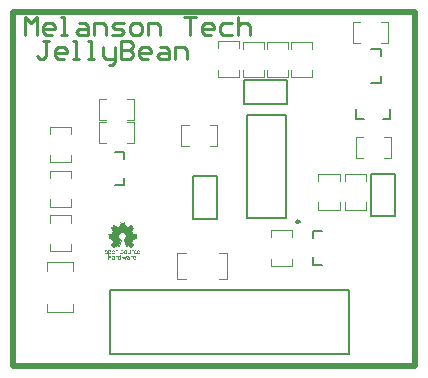
<source format=gto>
G04*
G04 #@! TF.GenerationSoftware,Altium Limited,CircuitStudio,1.5.2 (1.5.2.30)*
G04*
G04 Layer_Color=15065295*
%FSLAX44Y44*%
%MOMM*%
G71*
G01*
G75*
%ADD19C,0.2540*%
%ADD20C,0.5000*%
%ADD24C,0.2500*%
%ADD25C,0.0127*%
%ADD26C,0.2032*%
%ADD27C,0.1000*%
%ADD28C,0.2000*%
%ADD29C,0.1778*%
G36*
X348212Y343210D02*
X348210Y343206D01*
X348211Y343206D01*
X348543Y343069D01*
X348543Y343069D01*
X348888Y342926D01*
X348859Y342888D01*
X348426Y342374D01*
X348203Y342466D01*
Y342466D01*
X347995Y342552D01*
X347995Y342557D01*
X347995Y342557D01*
X347557Y342375D01*
X347564Y342367D01*
X347520Y342349D01*
X347438Y342149D01*
X347437Y342149D01*
X347322Y341873D01*
X347331Y341853D01*
X347391Y341854D01*
Y339989D01*
X346767D01*
Y343092D01*
X347391D01*
Y342820D01*
X347375Y342782D01*
X347391Y342761D01*
Y342820D01*
X347425Y342902D01*
X347750Y343037D01*
X347750Y343036D01*
X348191Y343219D01*
X348212Y343210D01*
D02*
G37*
G36*
X360867D02*
X360866Y343206D01*
X360866Y343206D01*
X361199Y343069D01*
X361199Y343069D01*
X361544Y342926D01*
X361514Y342888D01*
X361081Y342374D01*
X360858Y342466D01*
X360651Y342552D01*
X360650Y342557D01*
X360650Y342557D01*
X360212Y342375D01*
X360219Y342367D01*
X360176Y342349D01*
X360093Y342149D01*
X360092Y342149D01*
X359978Y341873D01*
X359986Y341853D01*
X360047Y341854D01*
Y339989D01*
X359422D01*
Y343092D01*
X360047D01*
Y342820D01*
X360031Y342782D01*
X360047Y342761D01*
Y342820D01*
X360081Y342902D01*
X360405Y343037D01*
X360406Y343036D01*
X360846Y343219D01*
X360867Y343210D01*
D02*
G37*
G36*
X351376Y339989D02*
X350752D01*
X350800Y340269D01*
X350772Y340201D01*
X350388Y340042D01*
X350388Y340043D01*
X349961Y339866D01*
X349949Y339871D01*
X349951Y339858D01*
X349942Y339854D01*
X349679Y339963D01*
X349680Y339968D01*
X349455Y340061D01*
X349455Y340061D01*
X349156Y340185D01*
X349094Y340334D01*
X349092Y340332D01*
X348923Y340740D01*
X348942Y340744D01*
X348881Y341055D01*
X348880Y341055D01*
X348821Y341505D01*
X348826Y341545D01*
X348828Y341544D01*
X348823Y341583D01*
X348881Y342027D01*
Y342027D01*
X348943Y342335D01*
X348924Y342338D01*
X349093Y342746D01*
X349091Y342747D01*
X349151Y342893D01*
X349454Y343018D01*
X349454Y343018D01*
X349681Y343112D01*
X349680Y343116D01*
X349942Y343225D01*
X349951Y343221D01*
X349949Y343198D01*
X349963Y343204D01*
X350386Y343029D01*
X350388Y343034D01*
X350752Y342790D01*
Y344344D01*
X351376D01*
Y339989D01*
D02*
G37*
G36*
X359505Y344928D02*
X358881D01*
Y345200D01*
X358846Y345116D01*
X358523Y344982D01*
X358523Y344983D01*
X358087Y344802D01*
X358066Y344810D01*
X358067Y344811D01*
X357707Y344960D01*
X357707Y344960D01*
X357324Y345118D01*
X357340Y345137D01*
X357247Y345175D01*
X357111Y345502D01*
Y345502D01*
X357023Y345715D01*
X357014Y345713D01*
X356912Y345960D01*
X356915Y345968D01*
X357027Y345968D01*
Y348031D01*
X357651D01*
X357588Y346181D01*
X357582Y346166D01*
X357693Y345898D01*
X357694Y345898D01*
X357794Y345656D01*
X357793Y345656D01*
X357795Y345652D01*
X358025Y345557D01*
X358024Y345556D01*
X358261Y345458D01*
X358270Y345462D01*
X358269Y345464D01*
X358277Y345460D01*
X358509Y345557D01*
X358509Y345557D01*
X358737Y345651D01*
X358739Y345656D01*
X358738Y345656D01*
X358838Y345898D01*
X358839Y345898D01*
X358950Y346166D01*
X358943Y346181D01*
X358881Y346180D01*
Y348031D01*
X359505D01*
Y344928D01*
D02*
G37*
G36*
X357945Y343074D02*
X357949Y343090D01*
X358355Y342921D01*
X358355Y342919D01*
X358483Y342867D01*
X358599Y342585D01*
Y342585D01*
X358689Y342369D01*
X358665Y342365D01*
X358717Y342103D01*
X358689Y342102D01*
Y339978D01*
X358085D01*
Y340252D01*
X358074Y340251D01*
X358012Y340102D01*
X357812Y340019D01*
X357812Y340019D01*
X357603Y339933D01*
X357599Y339959D01*
X357340Y339908D01*
X357327Y339911D01*
X357327Y339826D01*
X356875Y340013D01*
X356876Y340014D01*
X356504Y340168D01*
X356515Y340176D01*
X356469Y340196D01*
X356336Y340516D01*
X356336Y340516D01*
X356187Y340877D01*
X356192Y340890D01*
X356187Y340888D01*
X356182Y340900D01*
X356326Y341246D01*
X356326Y341246D01*
X356466Y341585D01*
X356472Y341580D01*
X356480Y341601D01*
X356818Y341741D01*
X356818Y341742D01*
X357236Y341915D01*
X357245Y341911D01*
X357244Y341810D01*
X358085D01*
X358112Y342137D01*
X358117Y342150D01*
X358047Y342318D01*
X358048Y342319D01*
X358006Y342419D01*
X357934Y342449D01*
X357935Y342451D01*
X357739Y342532D01*
X357742Y342547D01*
X357505Y342645D01*
X357462Y342627D01*
X357466Y342657D01*
X357457Y342661D01*
X357261Y342580D01*
X357264Y342559D01*
X357106Y342493D01*
X357106Y342491D01*
X356944Y342424D01*
X356892Y342299D01*
X356894Y342297D01*
X356892Y342299D01*
X356892Y342299D01*
X356390Y342692D01*
X356460Y342859D01*
X356844Y343018D01*
X356844Y343018D01*
X357114Y343130D01*
X357119Y343102D01*
X357398Y343157D01*
X357435Y343150D01*
X357434Y343157D01*
X357479Y343166D01*
X357945Y343074D01*
D02*
G37*
G36*
X345299D02*
X345303Y343090D01*
X345710Y342921D01*
X345709Y342919D01*
X345837Y342867D01*
X345953Y342585D01*
Y342585D01*
X346043Y342369D01*
X346019Y342365D01*
X346071Y342103D01*
X346043Y342102D01*
Y339978D01*
X345439D01*
Y340252D01*
X345428Y340251D01*
X345367Y340102D01*
X345167Y340019D01*
X345166Y340019D01*
X344957Y339933D01*
X344953Y339959D01*
X344695Y339908D01*
X344681Y339911D01*
X344681Y339826D01*
X344230Y340013D01*
X344230Y340014D01*
X343859Y340168D01*
X343870Y340176D01*
X343823Y340196D01*
X343690Y340516D01*
X343690Y340516D01*
X343541Y340877D01*
X343546Y340890D01*
X343541Y340888D01*
X343536Y340900D01*
X343680Y341246D01*
X343680Y341246D01*
X343821Y341585D01*
X343826Y341580D01*
X343835Y341601D01*
X344173Y341741D01*
X344172Y341742D01*
X344590Y341915D01*
X344599Y341911D01*
X344598Y341810D01*
X345439D01*
X345466Y342137D01*
X345471Y342150D01*
X345402Y342318D01*
X345402Y342319D01*
X345361Y342419D01*
X345288Y342449D01*
X345289Y342451D01*
X345094Y342532D01*
X345097Y342547D01*
X344860Y342645D01*
X344817Y342627D01*
X344820Y342657D01*
X344811Y342661D01*
X344615Y342580D01*
X344618Y342559D01*
X344460Y342493D01*
X344461Y342491D01*
X344298Y342424D01*
X344246Y342299D01*
X344248Y342297D01*
X344246Y342299D01*
X344246Y342299D01*
X343745Y342692D01*
X343814Y342859D01*
X344199Y343018D01*
X344199Y343018D01*
X344469Y343130D01*
X344474Y343102D01*
X344753Y343157D01*
X344790Y343150D01*
X344789Y343157D01*
X344834Y343166D01*
X345299Y343074D01*
D02*
G37*
G36*
X355153Y339989D02*
X354604D01*
X353954Y342160D01*
X353942D01*
X353294Y339989D01*
X352743D01*
X351752Y343092D01*
X352412D01*
X353007Y340919D01*
X353019D01*
X353722Y343092D01*
X354176D01*
X354878Y340919D01*
X354891D01*
X355485Y343092D01*
X356146D01*
X355153Y339989D01*
D02*
G37*
G36*
X337406Y346483D02*
D01*
D01*
D01*
D01*
D02*
G37*
G36*
X363312Y343040D02*
X363312Y343040D01*
X363791Y342841D01*
X363777Y342828D01*
X363829Y342806D01*
X364015Y342358D01*
X364015Y342358D01*
X364229Y341841D01*
X364219Y341817D01*
X364110Y341818D01*
Y341305D01*
X362105Y341306D01*
X362097Y341286D01*
X362228Y340969D01*
X362229Y340969D01*
X362336Y340710D01*
X362359Y340701D01*
X362355Y340697D01*
X362622Y340586D01*
X362622Y340585D01*
X362906Y340468D01*
X362918Y340472D01*
X362916Y340468D01*
X362922Y340465D01*
X363280Y340614D01*
X363280Y340613D01*
X363643Y340764D01*
X363653Y340786D01*
X363598Y340839D01*
X364107Y340404D01*
X364053Y340274D01*
X363833Y340183D01*
X363827Y340191D01*
X363531Y340068D01*
X363541Y340043D01*
X362933Y339922D01*
X362928Y339923D01*
X362928Y339832D01*
X362457Y340028D01*
X362453Y340015D01*
X362337Y340038D01*
X362002Y340262D01*
X361991Y340247D01*
X361848Y340307D01*
X361790Y340446D01*
X361784Y340442D01*
X361664Y340733D01*
X361650Y340728D01*
X361578Y341090D01*
X361576Y341090D01*
X361492Y341510D01*
X361496Y341528D01*
X361492Y341545D01*
X361572Y341948D01*
X361575Y341947D01*
X361645Y342299D01*
X361653Y342296D01*
X361772Y342583D01*
X361776Y342580D01*
X361860Y342783D01*
X361939Y342816D01*
X361960Y342790D01*
X362378Y343069D01*
X362379Y343070D01*
X362391Y343041D01*
X362833Y343225D01*
X362833Y343230D01*
X362843Y343234D01*
X363312Y343040D01*
D02*
G37*
G36*
X353825Y346483D02*
D01*
D01*
D01*
D01*
D02*
G37*
G36*
X355514Y348061D02*
X355512Y348051D01*
X355771Y347943D01*
X355771Y347943D01*
X355973Y347808D01*
X355992Y347835D01*
X356163Y347764D01*
X356181Y347721D01*
X356181Y347721D01*
X356385Y347228D01*
X356388Y347228D01*
X356449Y346919D01*
X356461Y346920D01*
X356543Y346511D01*
X356537Y346482D01*
X356539Y346483D01*
X356545Y346453D01*
X356463Y346037D01*
X356450Y346039D01*
X356387Y345727D01*
X356385Y345728D01*
X356181Y345234D01*
X356176Y345240D01*
X356154Y345187D01*
X355991Y345120D01*
X355972Y345145D01*
X355772Y345011D01*
X355771Y345013D01*
X355512Y344906D01*
X355508Y344923D01*
X355196Y344861D01*
X355182Y344864D01*
X355182Y344864D01*
X355167Y344861D01*
X354853Y344923D01*
X354849Y344906D01*
X354590Y345013D01*
X354589Y345012D01*
X354389Y345145D01*
X354370Y345120D01*
X354214Y345184D01*
X354190Y345242D01*
X354182Y345234D01*
X353977Y345728D01*
X353975Y345727D01*
X353913Y346039D01*
X353900Y346037D01*
X353817Y346453D01*
X353823Y346483D01*
X353825Y346483D01*
X353825Y346482D01*
X353903Y346483D01*
X353825Y346483D01*
X353820Y346511D01*
X353901Y346920D01*
X353913Y346919D01*
X353974Y347228D01*
X353977Y347228D01*
X354182Y347721D01*
X354184Y347719D01*
X354205Y347767D01*
X354369Y347836D01*
X354389Y347809D01*
X354589Y347943D01*
X354589Y347943D01*
X354849Y348051D01*
X354852Y348034D01*
X355167Y348097D01*
X355182Y348094D01*
X355181Y348186D01*
X355196Y348192D01*
X355514Y348061D01*
D02*
G37*
G36*
X339094Y348061D02*
X339092Y348051D01*
X339351Y347943D01*
X339351Y347943D01*
X339553Y347808D01*
X339572Y347835D01*
X339743Y347764D01*
X339761Y347721D01*
X339761Y347721D01*
X339966Y347228D01*
X339968Y347228D01*
X340029Y346919D01*
X340042Y346920D01*
X340123Y346511D01*
X340117Y346482D01*
X340119Y346483D01*
X340126Y346453D01*
X340043Y346037D01*
X340030Y346039D01*
X339968Y345727D01*
X339966Y345728D01*
X339761Y345234D01*
X339756Y345240D01*
X339734Y345187D01*
X339571Y345120D01*
X339553Y345145D01*
X339352Y345011D01*
X339351Y345013D01*
X339092Y344906D01*
X339088Y344923D01*
X338777Y344861D01*
X338762Y344864D01*
X338763Y344864D01*
X338747Y344860D01*
X338433Y344923D01*
X338429Y344906D01*
X338170Y345013D01*
X338169Y345012D01*
X337969Y345145D01*
X337950Y345120D01*
X337794Y345185D01*
X337770Y345242D01*
X337762Y345234D01*
X337557Y345728D01*
X337555Y345727D01*
X337493Y346039D01*
X337480Y346037D01*
X337397Y346453D01*
X337403Y346483D01*
X337406Y346483D01*
X337406Y346482D01*
X337483Y346483D01*
X337406Y346483D01*
X337400Y346511D01*
X337481Y346920D01*
X337493Y346919D01*
X337555Y347228D01*
X337557Y347228D01*
X337762Y347721D01*
X337765Y347719D01*
X337785Y347767D01*
X337949Y347836D01*
X337969Y347809D01*
X338170Y347943D01*
X338169Y347943D01*
X338429Y348051D01*
X338433Y348034D01*
X338747Y348097D01*
X338763Y348094D01*
X338761Y348186D01*
X338777Y348192D01*
X339094Y348061D01*
D02*
G37*
G36*
X352603Y348039D02*
X352602Y348039D01*
X352930Y347974D01*
X352932Y347979D01*
X352972Y347971D01*
X353448Y347653D01*
X353442Y347645D01*
X353056Y347190D01*
X352690Y347435D01*
X352689Y347435D01*
X352673Y347397D01*
X352245Y347575D01*
X352224Y347566D01*
X352226Y347555D01*
X352206Y347564D01*
X351969Y347466D01*
X351971Y347458D01*
X351798Y347386D01*
X351797Y347387D01*
X351774Y347378D01*
X351664Y347112D01*
X351668Y347103D01*
X351674Y347104D01*
X351714Y347006D01*
X351714Y347006D01*
X351758Y346900D01*
X351763Y346898D01*
X351766Y346900D01*
X351903Y346844D01*
X351903Y346841D01*
X352100Y346759D01*
X352103Y346811D01*
X352622Y346862D01*
X352846Y346769D01*
X352844Y346762D01*
X353030Y346684D01*
X353030Y346684D01*
X353298Y346573D01*
X353330Y346496D01*
X353337Y346501D01*
X353466Y346188D01*
X353467Y346188D01*
X353605Y345855D01*
X353601Y345845D01*
X353579Y345847D01*
X353587Y345829D01*
X353425Y345439D01*
X353427Y345438D01*
X353330Y345204D01*
X353149Y345129D01*
X353157Y345118D01*
X352731Y344942D01*
X352729Y344950D01*
X352248Y344855D01*
X352230Y344858D01*
X352231Y344857D01*
X352218Y344854D01*
X351490Y344999D01*
X351487Y344993D01*
X351485Y344993D01*
X350844Y345421D01*
X350865Y345444D01*
X351221Y345796D01*
X351750Y345577D01*
X351749Y345577D01*
X352267Y345362D01*
X352281Y345368D01*
X352279Y345392D01*
X352290Y345387D01*
X352526Y345485D01*
X352524Y345491D01*
X352721Y345573D01*
X352719Y345576D01*
X352817Y345616D01*
X352852Y345700D01*
X352851Y345701D01*
X352920Y345868D01*
X352917Y345876D01*
X352914Y345876D01*
X352916Y345881D01*
X352868Y345997D01*
X352868Y345997D01*
X352833Y346082D01*
X352803Y346095D01*
X352805Y346098D01*
X352679Y346150D01*
X352679Y346152D01*
X352515Y346220D01*
X352512Y346180D01*
X351958Y346165D01*
X351609Y346309D01*
X351610Y346309D01*
X351286Y346443D01*
X351296Y346455D01*
X351247Y346475D01*
X351132Y346753D01*
X351132Y346753D01*
X350991Y347093D01*
X350999Y347111D01*
X350997Y347108D01*
X350988Y347130D01*
X351151Y347524D01*
X351151Y347524D01*
X351260Y347788D01*
X351388Y347841D01*
X351380Y347851D01*
X351770Y348013D01*
X351771Y348011D01*
X352209Y348098D01*
X352225Y348094D01*
X352225Y348109D01*
X352238Y348112D01*
X352603Y348039D01*
D02*
G37*
G36*
X354006Y371437D02*
X354041Y371351D01*
X354038Y371350D01*
X354573Y368563D01*
X354608Y368477D01*
X354666Y368453D01*
X354666Y368453D01*
X357000Y367486D01*
X357057Y367463D01*
X357143Y367498D01*
X357141Y367501D01*
X359491Y369094D01*
X359576Y369129D01*
X359691Y369081D01*
X359682Y369073D01*
X361699Y367073D01*
X361700Y367073D01*
X361747Y366958D01*
X361712Y366872D01*
X361709Y366874D01*
X360116Y364525D01*
X360080Y364439D01*
X360104Y364382D01*
X360104Y364382D01*
X361071Y362048D01*
X361095Y361990D01*
X361181Y361955D01*
X361181Y361958D01*
X363969Y361423D01*
X364054Y361388D01*
X364102Y361273D01*
X364102Y361273D01*
X364090D01*
X364102Y358433D01*
X364102Y358432D01*
X364054Y358318D01*
X363969Y358282D01*
X363968Y358285D01*
X361181Y357751D01*
X361095Y357715D01*
X361071Y357658D01*
X361071Y357658D01*
X360104Y355323D01*
X360080Y355266D01*
X360116Y355180D01*
X360119Y355182D01*
X361712Y352833D01*
X361747Y352747D01*
X361700Y352632D01*
X361699Y352632D01*
X361691Y352641D01*
X359691Y350624D01*
X359576Y350576D01*
X359491Y350612D01*
X359492Y350614D01*
X357143Y352207D01*
X357057Y352243D01*
X357000Y352219D01*
X355931Y351776D01*
X355874Y351753D01*
X355759Y351800D01*
X355735Y351858D01*
X353767Y356678D01*
X353743Y356735D01*
X353791Y356849D01*
X353843Y356871D01*
X353860Y356833D01*
X354837Y357486D01*
X355563Y358572D01*
X355817Y359853D01*
X355563Y361133D01*
X354837Y362219D01*
X353751Y362945D01*
X352471Y363200D01*
X351190Y362945D01*
X350104Y362219D01*
X349379Y361133D01*
X349124Y359853D01*
X349379Y358572D01*
X350104Y357486D01*
X351081Y356833D01*
X351098Y356871D01*
X351150Y356849D01*
X351198Y356735D01*
X351174Y356678D01*
X349207Y351858D01*
X349183Y351800D01*
X349068Y351753D01*
X349010Y351776D01*
Y351776D01*
X347941Y352219D01*
X347884Y352243D01*
X347798Y352207D01*
X347800Y352205D01*
X345451Y350612D01*
X345365Y350576D01*
X345250Y350624D01*
X345259Y350633D01*
X343242Y352632D01*
X343242Y352632D01*
X343194Y352747D01*
X343230Y352833D01*
X343232Y352831D01*
X344825Y355180D01*
X344861Y355266D01*
X344837Y355323D01*
Y355323D01*
X343870Y357658D01*
X343846Y357715D01*
X343761Y357751D01*
X343760Y357747D01*
X340973Y358282D01*
X340887Y358318D01*
X340839Y358433D01*
X340852D01*
X340839Y361273D01*
X340887Y361388D01*
X340973Y361423D01*
X340973Y361420D01*
X343761Y361955D01*
X343846Y361990D01*
X343870Y362048D01*
X343870D01*
X344837Y364382D01*
X344861Y364439D01*
X344825Y364525D01*
X344823Y364524D01*
X343230Y366872D01*
X343194Y366958D01*
X343242Y367073D01*
X343242Y367073D01*
X343251Y367064D01*
X345250Y369081D01*
X345365Y369129D01*
X345451Y369094D01*
X345449Y369091D01*
X347798Y367498D01*
X347884Y367463D01*
X347941Y367486D01*
X347941D01*
X350276Y368453D01*
X350333Y368477D01*
X350369Y368563D01*
X350365Y368563D01*
X350900Y371351D01*
X350936Y371437D01*
X351050Y371484D01*
Y371472D01*
X353891Y371484D01*
X354006Y371437D01*
D02*
G37*
G36*
X342306Y348054D02*
X342305Y348050D01*
X342531Y347956D01*
X342531Y347957D01*
X342845Y347827D01*
X342902Y347690D01*
X342894Y347683D01*
X343063Y347277D01*
X343044Y347273D01*
X343106Y346964D01*
X343106Y346964D01*
X343165Y346514D01*
X343159Y346475D01*
X343159Y346476D01*
X343164Y346437D01*
X343105Y345990D01*
X343106Y345990D01*
X343044Y345681D01*
X343063Y345677D01*
X342895Y345272D01*
X342899Y345269D01*
X342840Y345127D01*
X342530Y344999D01*
X342530Y345000D01*
X342306Y344907D01*
X342307Y344902D01*
X342046Y344794D01*
X342038Y344798D01*
X342039Y344821D01*
X342023Y344814D01*
X341602Y344988D01*
X341600Y344985D01*
X341236Y345136D01*
Y345256D01*
X341152Y345171D01*
X341236Y345136D01*
Y342820D01*
X341221Y342782D01*
X341236Y342761D01*
Y342820D01*
X341270Y342902D01*
X341595Y343037D01*
X341595Y343036D01*
X342036Y343219D01*
X342057Y343210D01*
X342056Y343206D01*
X342411Y343059D01*
Y343059D01*
X342793Y342901D01*
X342777Y342882D01*
X342870Y342843D01*
X343005Y342516D01*
X343093Y342304D01*
X343102Y342305D01*
X343204Y342059D01*
X343201Y342052D01*
X343090Y342052D01*
Y339989D01*
X342466D01*
X342528Y341836D01*
X342534Y341851D01*
X342424Y342117D01*
X342423Y342117D01*
X342323Y342359D01*
X342323Y342359D01*
X342320Y342366D01*
X342094Y342460D01*
X342094Y342460D01*
X341862Y342556D01*
X341854Y342553D01*
X341855Y342555D01*
X341846Y342558D01*
X341609Y342460D01*
X341609Y342460D01*
X341382Y342366D01*
X341379Y342359D01*
X341379Y342359D01*
X341279Y342117D01*
X341278Y342117D01*
X341168Y341851D01*
X341174Y341836D01*
X341236Y341837D01*
Y339989D01*
X340612D01*
Y348031D01*
X341236D01*
X341190Y347746D01*
X341221Y347820D01*
X341599Y347977D01*
X341599Y347976D01*
X342027Y348153D01*
X342039Y348148D01*
X342038Y348158D01*
X342046Y348162D01*
X342306Y348054D01*
D02*
G37*
G36*
X348105Y348148D02*
X348103Y348145D01*
X348458Y347998D01*
Y347998D01*
X348841Y347839D01*
X348824Y347820D01*
X348918Y347782D01*
X349053Y347454D01*
X349141Y347242D01*
X349150Y347244D01*
X349252Y346997D01*
X349249Y346990D01*
X349137Y346991D01*
Y344928D01*
X348513D01*
X348576Y346774D01*
X348582Y346789D01*
X348471Y347056D01*
X348470Y347055D01*
X348370Y347297D01*
X348371Y347297D01*
X348368Y347305D01*
X348142Y347398D01*
X348142Y347398D01*
X347910Y347495D01*
X347902Y347491D01*
X347903Y347493D01*
X347894Y347496D01*
X347657Y347398D01*
X347657Y347398D01*
X347430Y347304D01*
X347427Y347297D01*
X347427Y347297D01*
X347327Y347055D01*
X347326Y347056D01*
X347215Y346789D01*
X347222Y346774D01*
X347284Y346775D01*
Y344928D01*
X346660D01*
Y348031D01*
X347284D01*
Y347758D01*
X347268Y347720D01*
X347284Y347699D01*
Y347758D01*
X347318Y347841D01*
X347643Y347975D01*
X347643Y347975D01*
X348083Y348157D01*
X348105Y348148D01*
D02*
G37*
G36*
X363652Y348181D02*
X363651Y348181D01*
X363658Y348184D01*
X363990Y348047D01*
X363989Y348043D01*
X364287Y347920D01*
X364287Y347921D01*
X364711Y347638D01*
X364778Y347538D01*
X364767Y347528D01*
X364334Y347140D01*
X364287Y347254D01*
X364019Y347365D01*
X364018Y347364D01*
X363681Y347503D01*
X363675Y347501D01*
X363677Y347512D01*
X363656Y347521D01*
X363322Y347382D01*
X363322Y347382D01*
X363071Y347278D01*
X363047Y347220D01*
X363044Y347222D01*
X362910Y346900D01*
X362916Y346899D01*
X362836Y346501D01*
X362842Y346475D01*
X362842Y346476D01*
X362837Y346450D01*
X362916Y346054D01*
X362911Y346052D01*
X363043Y345732D01*
X363046Y345734D01*
X363070Y345677D01*
X363322Y345573D01*
X363322Y345573D01*
X363656Y345434D01*
X363677Y345443D01*
X363675Y345455D01*
X363682Y345452D01*
X364020Y345592D01*
X364021Y345591D01*
X364282Y345699D01*
X364331Y345818D01*
X364307Y345840D01*
X364332Y345820D01*
X364331Y345818D01*
X364778Y345418D01*
X364711Y345318D01*
X364288Y345035D01*
X364287Y345037D01*
X363989Y344914D01*
X363990Y344910D01*
X363658Y344773D01*
X363652Y344776D01*
X363651Y344776D01*
X363652Y344776D01*
D01*
D01*
D01*
X363644Y344773D01*
X363139Y344982D01*
X363131Y344962D01*
X363089Y344970D01*
X362671Y345249D01*
X362646Y345219D01*
X362556Y345256D01*
X362472Y345460D01*
X362469Y345458D01*
X362351Y345744D01*
X362336Y345739D01*
X362268Y346079D01*
X362267Y346079D01*
X362191Y346462D01*
X362194Y346476D01*
X362194Y346475D01*
X362191Y346489D01*
X362267Y346872D01*
X362268Y346872D01*
X362336Y347213D01*
X362351Y347208D01*
X362469Y347495D01*
X362472Y347493D01*
X362559Y347701D01*
X362644Y347737D01*
X362671Y347706D01*
X363094Y347989D01*
X363130Y347996D01*
X363139Y347975D01*
X363644Y348184D01*
X363652Y348181D01*
D02*
G37*
G36*
X361658Y348148D02*
X361656Y348145D01*
X361657Y348145D01*
X361989Y348007D01*
X361989Y348007D01*
X362334Y347864D01*
X362305Y347827D01*
X361872Y347312D01*
X361649Y347404D01*
Y347404D01*
X361441Y347490D01*
X361441Y347495D01*
X361441Y347495D01*
X361003Y347313D01*
X361010Y347305D01*
X360966Y347287D01*
X360883Y347087D01*
X360883Y347088D01*
X360768Y346811D01*
X360777Y346791D01*
X360837Y346792D01*
Y344928D01*
X360213D01*
Y348031D01*
X360837D01*
Y347758D01*
X360821Y347720D01*
X360837Y347699D01*
Y347758D01*
X360871Y347841D01*
X361196Y347975D01*
X361196Y347975D01*
X361637Y348157D01*
X361658Y348148D01*
D02*
G37*
G36*
X366709Y347978D02*
X366709Y347978D01*
X367187Y347780D01*
X367173Y347766D01*
X367225Y347744D01*
X367411Y347296D01*
X367411Y347296D01*
X367625Y346779D01*
X367615Y346755D01*
X367507Y346757D01*
Y346243D01*
X365502Y346245D01*
X365493Y346224D01*
X365624Y345907D01*
X365625Y345908D01*
X365733Y345648D01*
X365755Y345639D01*
X365751Y345635D01*
X366019Y345524D01*
X366019Y345524D01*
X366302Y345406D01*
X366314Y345411D01*
X366313Y345406D01*
X366319Y345404D01*
X366676Y345552D01*
X366677Y345551D01*
X367040Y345702D01*
X367049Y345724D01*
X366995Y345777D01*
X367504Y345343D01*
X367450Y345213D01*
X367230Y345122D01*
X367224Y345129D01*
X366927Y345006D01*
X366937Y344981D01*
X366329Y344860D01*
X366325Y344861D01*
X366325Y344771D01*
X365853Y344966D01*
X365849Y344954D01*
X365733Y344977D01*
X365398Y345201D01*
X365388Y345186D01*
X365244Y345245D01*
X365186Y345385D01*
X365181Y345381D01*
X365060Y345671D01*
X365047Y345667D01*
X364975Y346028D01*
X364972Y346028D01*
X364889Y346448D01*
X364892Y346467D01*
X364892Y346467D01*
X364889Y346483D01*
X364969Y346886D01*
X364972Y346886D01*
X365042Y347237D01*
X365050Y347235D01*
X365168Y347521D01*
X365172Y347519D01*
X365256Y347721D01*
X365335Y347754D01*
X365357Y347729D01*
X365775Y348008D01*
X365776Y348008D01*
X365788Y347980D01*
X366230Y348163D01*
X366229Y348168D01*
X366240Y348172D01*
X366709Y347978D01*
D02*
G37*
G36*
X345316D02*
X345316Y347978D01*
X345795Y347780D01*
X345781Y347766D01*
X345833Y347744D01*
X346019Y347296D01*
X346019Y347296D01*
X346233Y346779D01*
X346223Y346755D01*
X346114Y346757D01*
Y346243D01*
X344109Y346245D01*
X344101Y346224D01*
X344232Y345907D01*
X344233Y345908D01*
X344340Y345648D01*
X344363Y345639D01*
X344359Y345635D01*
X344626Y345524D01*
X344626Y345524D01*
X344910Y345406D01*
X344922Y345411D01*
X344920Y345406D01*
X344926Y345404D01*
X345284Y345552D01*
X345284Y345551D01*
X345648Y345702D01*
X345657Y345724D01*
X345602Y345777D01*
X346111Y345343D01*
X346057Y345213D01*
X345837Y345122D01*
X345831Y345129D01*
X345535Y345006D01*
X345545Y344981D01*
X344937Y344860D01*
X344932Y344861D01*
Y344771D01*
X344461Y344966D01*
X344457Y344954D01*
X344341Y344977D01*
X344006Y345201D01*
X343996Y345186D01*
X343852Y345245D01*
X343794Y345385D01*
X343788Y345381D01*
X343668Y345671D01*
X343654Y345667D01*
X343582Y346028D01*
X343580Y346028D01*
X343496Y346449D01*
X343500Y346467D01*
X343500Y346467D01*
X343496Y346483D01*
X343577Y346886D01*
X343579Y346886D01*
X343649Y347237D01*
X343657Y347235D01*
X343776Y347521D01*
X343780Y347519D01*
X343864Y347721D01*
X343943Y347754D01*
X343964Y347729D01*
X344382Y348008D01*
X344384Y348008D01*
X344395Y347980D01*
X344837Y348163D01*
X344837Y348168D01*
X344847Y348172D01*
X345316Y347978D01*
D02*
G37*
%LPC*%
G36*
X358881Y345256D02*
Y345200D01*
X358895Y345235D01*
X358881Y345256D01*
D02*
G37*
G36*
X362825Y342596D02*
X362579Y342494D01*
X362579Y342493D01*
X362342Y342395D01*
X362338Y342387D01*
X362338Y342387D01*
X362230Y342128D01*
X362229Y342128D01*
X362102Y341819D01*
X362178Y341818D01*
X363560Y341820D01*
X363433Y342128D01*
X363432Y342128D01*
X363324Y342387D01*
X363324Y342386D01*
X363319Y342396D01*
X363085Y342493D01*
X363085Y342494D01*
X362841Y342594D01*
X362833Y342591D01*
X362834Y342592D01*
X362825Y342596D01*
D02*
G37*
G36*
X350131Y342583D02*
X349939Y342503D01*
X349940Y342495D01*
X349786Y342431D01*
X349786Y342431D01*
X349685Y342389D01*
X349608Y342203D01*
X349604Y342204D01*
X349477Y341566D01*
X349481Y341544D01*
X349476Y341519D01*
X349604Y340875D01*
X349608Y340876D01*
X349685Y340690D01*
X349786Y340648D01*
X349786Y340647D01*
X349940Y340583D01*
X349939Y340576D01*
X350131Y340496D01*
X350142Y340500D01*
X350140Y340505D01*
X350150Y340501D01*
X350340Y340580D01*
X350339Y340586D01*
X350491Y340649D01*
X350491Y340649D01*
X350585Y340688D01*
X350668Y340888D01*
X350670Y340887D01*
X350799Y341535D01*
X350798Y341544D01*
X350798Y341544D01*
X350799Y341548D01*
X350671Y342192D01*
X350668Y342191D01*
X350585Y342390D01*
X350491Y342429D01*
X350491Y342430D01*
X350339Y342493D01*
X350340Y342499D01*
X350150Y342578D01*
X350142Y342574D01*
X350142Y342579D01*
X350131Y342583D01*
D02*
G37*
G36*
X355165Y347501D02*
X354885Y347385D01*
X354885Y347385D01*
X354709Y347313D01*
X354671Y347221D01*
X354663Y347227D01*
X354550Y346954D01*
X354537Y346956D01*
X354460Y346769D01*
X354496Y346768D01*
X354444Y346504D01*
X354448Y346482D01*
X354444Y346483D01*
X354439Y346460D01*
X354493Y346189D01*
X354457Y346188D01*
X354536Y345997D01*
X354550Y346000D01*
X354663Y345728D01*
X354671Y345735D01*
X354709Y345643D01*
X354885Y345570D01*
X354885Y345570D01*
X355165Y345454D01*
X355182Y345461D01*
X355181Y345462D01*
X355183Y345462D01*
X355182Y345461D01*
X355198Y345454D01*
X355477Y345570D01*
X355477Y345570D01*
X355658Y345645D01*
X355695Y345733D01*
X355700Y345730D01*
X355812Y345999D01*
X355821Y345997D01*
X355898Y346184D01*
X355864Y346186D01*
X355918Y346454D01*
X355913Y346475D01*
X355914D01*
X355918Y346497D01*
X355865Y346766D01*
X355899Y346768D01*
X355821Y346956D01*
X355812Y346954D01*
X355700Y347225D01*
X355695Y347222D01*
X355658Y347311D01*
X355477Y347386D01*
X355477Y347385D01*
X355198Y347501D01*
X355182Y347494D01*
X355183Y347494D01*
X355181Y347494D01*
X355182Y347494D01*
X355165Y347501D01*
D02*
G37*
G36*
X338745Y347501D02*
X338465Y347385D01*
X338465Y347385D01*
X338289Y347313D01*
X338251Y347221D01*
X338243Y347227D01*
X338130Y346954D01*
X338117Y346956D01*
X338040Y346769D01*
X338076Y346768D01*
X338024Y346504D01*
X338028Y346482D01*
X338024Y346483D01*
X338019Y346460D01*
X338073Y346189D01*
X338037Y346188D01*
X338116Y345997D01*
X338130Y346000D01*
X338243Y345728D01*
X338251Y345735D01*
X338289Y345643D01*
X338465Y345570D01*
X338465Y345570D01*
X338745Y345454D01*
X338763Y345461D01*
X338779Y345454D01*
X339057Y345570D01*
X339057Y345570D01*
X339238Y345645D01*
X339275Y345733D01*
X339280Y345730D01*
X339392Y345999D01*
X339401Y345997D01*
X339478Y346184D01*
X339444Y346186D01*
X339498Y346453D01*
X339493Y346475D01*
X339494D01*
X339498Y346498D01*
X339445Y346766D01*
X339479Y346768D01*
X339401Y346956D01*
X339392Y346954D01*
X339280Y347225D01*
X339275Y347222D01*
X339238Y347311D01*
X339057Y347386D01*
X339057Y347385D01*
X338779Y347501D01*
X338763Y347494D01*
X338745Y347501D01*
D02*
G37*
G36*
X341858Y347520D02*
X341848Y347516D01*
X341850Y347513D01*
X341839Y347517D01*
X341648Y347438D01*
X341650Y347432D01*
X341496Y347368D01*
X341496Y347367D01*
X341401Y347328D01*
X341319Y347129D01*
X341317Y347130D01*
X341188Y346483D01*
X341190Y346475D01*
X341190Y346476D01*
X341189Y346468D01*
X341317Y345824D01*
X341319Y345825D01*
X341401Y345627D01*
X341496Y345588D01*
X341496Y345587D01*
X341649Y345523D01*
X341648Y345517D01*
X341839Y345438D01*
X341848Y345442D01*
X341848Y345439D01*
X341858Y345435D01*
X342051Y345514D01*
X342049Y345522D01*
X342203Y345585D01*
X342202Y345586D01*
X342303Y345628D01*
X342380Y345814D01*
X342384Y345813D01*
X342512Y346453D01*
X342507Y346476D01*
X342508Y346475D01*
X342512Y346497D01*
X342384Y347140D01*
X342381Y347139D01*
X342303Y347327D01*
X342202Y347369D01*
X342203Y347369D01*
X342049Y347433D01*
X342051Y347440D01*
X341858Y347520D01*
D02*
G37*
G36*
X344710Y341376D02*
X344476Y341279D01*
X344478Y341273D01*
X344308Y341203D01*
X344310Y341200D01*
X344258Y341178D01*
X344216Y341078D01*
X344217Y341078D01*
X344157Y340934D01*
X344164Y340918D01*
X344161Y340919D01*
X344161Y340917D01*
X344220Y340774D01*
X344219Y340773D01*
X344269Y340654D01*
X344312Y340636D01*
X344308Y340631D01*
X344496Y340553D01*
X344495Y340548D01*
X344740Y340447D01*
X344759Y340455D01*
X344757Y340502D01*
X344809Y340492D01*
X345083Y340546D01*
X345086Y340528D01*
X345298Y340616D01*
X345299Y340616D01*
X345341Y340634D01*
X345362Y340683D01*
X345364Y340681D01*
X345405Y340781D01*
X345410Y340779D01*
X345518Y341042D01*
X345507Y341070D01*
X345439Y341068D01*
Y341296D01*
X344710Y341376D01*
D02*
G37*
G36*
X366222Y347534D02*
X365975Y347432D01*
X365975Y347432D01*
X365738Y347333D01*
X365734Y347325D01*
X365734Y347325D01*
X365627Y347066D01*
X365626Y347066D01*
X365498Y346758D01*
X365574Y346757D01*
X366957Y346758D01*
X366829Y347066D01*
X366828Y347066D01*
X366721Y347325D01*
X366720Y347325D01*
X366716Y347335D01*
X366481Y347432D01*
X366481Y347432D01*
X366238Y347533D01*
X366229Y347529D01*
X366231Y347530D01*
X366222Y347534D01*
D02*
G37*
G36*
X361496Y341529D02*
X361496Y341528D01*
X361496Y341528D01*
X361496Y341529D01*
D02*
G37*
G36*
X357356Y341376D02*
X357122Y341279D01*
X357123Y341273D01*
X356954Y341203D01*
X356956Y341200D01*
X356903Y341178D01*
X356862Y341078D01*
X356862Y341078D01*
X356802Y340934D01*
X356809Y340918D01*
X356807Y340919D01*
X356806Y340917D01*
X356866Y340774D01*
X356865Y340773D01*
X356914Y340654D01*
X356958Y340636D01*
X356953Y340631D01*
X357142Y340553D01*
X357141Y340548D01*
X357385Y340447D01*
X357405Y340455D01*
X357402Y340502D01*
X357454Y340492D01*
X357729Y340546D01*
X357731Y340528D01*
X357944Y340616D01*
X357944Y340616D01*
X357987Y340634D01*
X358007Y340683D01*
X358009Y340681D01*
X358050Y340781D01*
X358055Y340779D01*
X358164Y341042D01*
X358153Y341070D01*
X358085Y341068D01*
Y341296D01*
X357356Y341376D01*
D02*
G37*
G36*
X344829Y347534D02*
X344583Y347432D01*
X344583Y347432D01*
X344346Y347333D01*
X344342Y347325D01*
X344342Y347325D01*
X344234Y347066D01*
X344234Y347066D01*
X344106Y346758D01*
X344182Y346757D01*
X345564Y346758D01*
X345437Y347066D01*
X345436Y347066D01*
X345328Y347326D01*
X345327Y347324D01*
X345323Y347335D01*
X345089Y347432D01*
X345089Y347432D01*
X344845Y347533D01*
X344837Y347529D01*
X344838Y347530D01*
X344829Y347534D01*
D02*
G37*
%LPD*%
G36*
X349481Y341544D02*
Y341544D01*
X349481Y341545D01*
X349481Y341544D01*
D02*
G37*
G36*
X339493Y346475D02*
X339418Y346475D01*
X339493Y346476D01*
X339493Y346475D01*
D02*
G37*
G36*
X355913D02*
X355838Y346475D01*
X355913Y346476D01*
X355913Y346475D01*
D02*
G37*
G36*
X338764Y347494D02*
X338761Y347494D01*
X338763Y347494D01*
X338764Y347494D01*
D02*
G37*
G36*
X350141Y342504D02*
X350140Y342573D01*
X350142Y342574D01*
X350141Y342504D01*
D02*
G37*
G36*
X341850Y345442D02*
X341848Y345442D01*
X341849Y345513D01*
X341850Y345442D01*
D02*
G37*
G36*
X338764Y345462D02*
X338763Y345461D01*
X338761Y345462D01*
X338764Y345462D01*
D02*
G37*
D19*
X270000Y530000D02*
Y545235D01*
X275078Y540157D01*
X280157Y545235D01*
Y530000D01*
X292853D02*
X287774D01*
X285235Y532539D01*
Y537617D01*
X287774Y540157D01*
X292853D01*
X295392Y537617D01*
Y535078D01*
X285235D01*
X300470Y530000D02*
X305548D01*
X303009D01*
Y545235D01*
X300470D01*
X315705Y540157D02*
X320784D01*
X323323Y537617D01*
Y530000D01*
X315705D01*
X313166Y532539D01*
X315705Y535078D01*
X323323D01*
X328401Y530000D02*
Y540157D01*
X336019D01*
X338558Y537617D01*
Y530000D01*
X343636D02*
X351254D01*
X353793Y532539D01*
X351254Y535078D01*
X346175D01*
X343636Y537617D01*
X346175Y540157D01*
X353793D01*
X361410Y530000D02*
X366489D01*
X369028Y532539D01*
Y537617D01*
X366489Y540157D01*
X361410D01*
X358871Y537617D01*
Y532539D01*
X361410Y530000D01*
X374106D02*
Y540157D01*
X381724D01*
X384263Y537617D01*
Y530000D01*
X404576Y545235D02*
X414733D01*
X409655D01*
Y530000D01*
X427429D02*
X422351D01*
X419812Y532539D01*
Y537617D01*
X422351Y540157D01*
X427429D01*
X429968Y537617D01*
Y535078D01*
X419812D01*
X445203Y540157D02*
X437586D01*
X435047Y537617D01*
Y532539D01*
X437586Y530000D01*
X445203D01*
X450282Y545235D02*
Y530000D01*
Y537617D01*
X452821Y540157D01*
X457899D01*
X460438Y537617D01*
Y530000D01*
X290157Y525235D02*
X285078D01*
X287617D01*
Y512539D01*
X285078Y510000D01*
X282539D01*
X280000Y512539D01*
X302853Y510000D02*
X297774D01*
X295235Y512539D01*
Y517617D01*
X297774Y520157D01*
X302853D01*
X305392Y517617D01*
Y515078D01*
X295235D01*
X310470Y510000D02*
X315548D01*
X313009D01*
Y525235D01*
X310470D01*
X323166Y510000D02*
X328244D01*
X325705D01*
Y525235D01*
X323166D01*
X335862Y520157D02*
Y512539D01*
X338401Y510000D01*
X346019D01*
Y507461D01*
X343479Y504922D01*
X340940D01*
X346019Y510000D02*
Y520157D01*
X351097Y525235D02*
Y510000D01*
X358714D01*
X361254Y512539D01*
Y515078D01*
X358714Y517617D01*
X351097D01*
X358714D01*
X361254Y520157D01*
Y522696D01*
X358714Y525235D01*
X351097D01*
X373950Y510000D02*
X368871D01*
X366332Y512539D01*
Y517617D01*
X368871Y520157D01*
X373950D01*
X376489Y517617D01*
Y515078D01*
X366332D01*
X384106Y520157D02*
X389185D01*
X391724Y517617D01*
Y510000D01*
X384106D01*
X381567Y512539D01*
X384106Y515078D01*
X391724D01*
X396802Y510000D02*
Y520157D01*
X404420D01*
X406959Y517617D01*
Y510000D01*
D20*
X260000Y250000D02*
X600000D01*
Y550000D01*
X260000D02*
X600000D01*
X260000Y250000D02*
Y550000D01*
D24*
X502440Y372210D02*
G03*
X502440Y372210I-1250J0D01*
G01*
D25*
X353843Y356871D02*
G03*
X351098Y356871I-1372J2982D01*
G01*
X351174Y356678D02*
G03*
X351098Y356871I-139J57D01*
G01*
X349010Y351776D02*
G03*
X349207Y351858I57J139D01*
G01*
X347941Y352219D02*
G03*
X347800Y352205I-57J-139D01*
G01*
X343232Y352831D02*
G03*
X343251Y352641I124J-84D01*
G01*
X344823Y355182D02*
G03*
X344837Y355323I-124J84D01*
G01*
X343870Y357658D02*
G03*
X343760Y357747I-139J-57D01*
G01*
X340852Y358433D02*
G03*
X340973Y358285I150J0D01*
G01*
Y361420D02*
G03*
X340852Y361273I28J-147D01*
G01*
X343760Y361958D02*
G03*
X343870Y362048I-28J147D01*
G01*
X344837Y364382D02*
G03*
X344823Y364524I-139J57D01*
G01*
X343251Y367064D02*
G03*
X343232Y366874I106J-106D01*
G01*
X345449Y369091D02*
G03*
X345259Y369073I-84J-124D01*
G01*
X347800Y367501D02*
G03*
X347941Y367486I84J124D01*
G01*
X350276Y368453D02*
G03*
X350365Y368563I-57J139D01*
G01*
X351050Y371472D02*
G03*
X350903Y371350I0J-150D01*
G01*
X354038D02*
G03*
X353891Y371472I-147J-28D01*
G01*
X354576Y368563D02*
G03*
X354666Y368453I147J28D01*
G01*
X357000Y367486D02*
G03*
X357141Y367501I57J139D01*
G01*
X359682Y369073D02*
G03*
X359492Y369091I-106J-106D01*
G01*
X361709Y366874D02*
G03*
X361691Y367064I-124J84D01*
G01*
X360119Y364524D02*
G03*
X360104Y364382I124J-84D01*
G01*
X361071Y362048D02*
G03*
X361181Y361958I139J57D01*
G01*
X364090Y361273D02*
G03*
X363968Y361420I-150J0D01*
G01*
Y358285D02*
G03*
X364090Y358433I-28J147D01*
G01*
X361181Y357747D02*
G03*
X361071Y357658I28J-147D01*
G01*
X360104Y355323D02*
G03*
X360119Y355182I139J-57D01*
G01*
X361691Y352641D02*
G03*
X361709Y352831I-106J106D01*
G01*
X357141Y352205D02*
G03*
X357000Y352219I-84J-124D01*
G01*
X355735Y351858D02*
G03*
X355931Y351776I139J57D01*
G01*
X353843Y356871D02*
G03*
X353767Y356678I63J-136D01*
G01*
X345259Y350633D02*
G03*
X345449Y350614I106J106D01*
G01*
X359492D02*
G03*
X359682Y350633I84J124D01*
G01*
X349207Y351858D02*
X351174Y356678D01*
X347941Y352219D02*
X349010Y351776D01*
X345449Y350614D02*
X347800Y352205D01*
X343251Y352641D02*
X345259Y350633D01*
X343232Y352831D02*
X344823Y355182D01*
X343870Y357658D02*
X344837Y355323D01*
X340973Y358285D02*
X343760Y357747D01*
X340852Y358433D02*
Y361273D01*
X340973Y361420D02*
X343760Y361958D01*
X343870Y362048D02*
X344837Y364382D01*
X343232Y366874D02*
X344823Y364524D01*
X343251Y367064D02*
X345259Y369073D01*
X345449Y369091D02*
X347800Y367501D01*
X347941Y367486D02*
X350276Y368453D01*
X350365Y368563D02*
X350903Y371350D01*
X351050Y371472D02*
X353891D01*
X354038Y371350D02*
X354576Y368563D01*
X354666Y368453D02*
X357000Y367486D01*
X357141Y367501D02*
X359492Y369091D01*
X359682Y369073D02*
X361691Y367064D01*
X360119Y364524D02*
X361709Y366874D01*
X360104Y364382D02*
X361071Y362048D01*
X361181Y361958D02*
X363968Y361420D01*
X364090Y358433D02*
Y361273D01*
X361181Y357747D02*
X363968Y358285D01*
X360104Y355323D02*
X361071Y357658D01*
X360119Y355182D02*
X361709Y352831D01*
X359682Y350633D02*
X361691Y352641D01*
X357141Y352205D02*
X359492Y350614D01*
X355931Y351776D02*
X357000Y352219D01*
X353767Y356678D02*
X355735Y351858D01*
D26*
X571324Y512076D02*
Y518076D01*
X563212D02*
X571324D01*
Y489852D02*
Y495948D01*
X563212Y489852D02*
X571324D01*
X572876Y459376D02*
X578876D01*
Y467488D01*
X550652Y459376D02*
X556748D01*
X550652D02*
Y467488D01*
X354024Y425576D02*
Y431576D01*
X345912D02*
X354024D01*
Y403352D02*
Y409448D01*
X345912Y403352D02*
X354024D01*
X513476Y335924D02*
Y341924D01*
Y335924D02*
X521588D01*
X513476Y358052D02*
Y364148D01*
X521588D01*
D27*
X571500Y523500D02*
X577500D01*
Y541500D01*
X571500D02*
X577500D01*
X547500Y523500D02*
X553500D01*
X547500D02*
Y541500D01*
X553500D01*
X574000Y426000D02*
X580000D01*
Y444000D01*
X574000D02*
X580000D01*
X550000Y426000D02*
X556000D01*
X550000D02*
Y444000D01*
X556000D01*
X454720Y494710D02*
Y500710D01*
Y494710D02*
X472720D01*
Y500710D01*
X454720Y518710D02*
Y524710D01*
X472720D01*
Y518710D02*
Y524710D01*
X356500Y438500D02*
X362500D01*
Y456500D01*
X356500D02*
X362500D01*
X332500Y438500D02*
X338500D01*
X332500D02*
Y456500D01*
X338500D01*
X493040Y518710D02*
Y524710D01*
X475040D02*
X493040D01*
X475040Y518710D02*
Y524710D01*
X493040Y494710D02*
Y500710D01*
X475040Y494710D02*
X493040D01*
X475040D02*
Y500710D01*
X451500Y519000D02*
Y525000D01*
X433500D02*
X451500D01*
X433500Y519000D02*
Y525000D01*
X451500Y495000D02*
Y501000D01*
X433500Y495000D02*
X451500D01*
X433500D02*
Y501000D01*
X332500Y476500D02*
X338500D01*
X332500Y458500D02*
Y476500D01*
Y458500D02*
X338500D01*
X356500Y476500D02*
X362500D01*
Y458500D02*
Y476500D01*
X356500Y458500D02*
X362500D01*
X495000Y494750D02*
Y500750D01*
Y494750D02*
X513000D01*
Y500750D01*
X495000Y518750D02*
Y524750D01*
X513000D01*
Y518750D02*
Y524750D01*
X441000Y324000D02*
Y346000D01*
X434000D02*
X441000D01*
X434000Y324000D02*
X441000D01*
X399000Y346000D02*
X406000D01*
X399000Y324000D02*
X406000D01*
X399000D02*
Y346000D01*
X426500Y436000D02*
X432500D01*
Y454000D01*
X426500D02*
X432500D01*
X402500Y436000D02*
X408500D01*
X402500D02*
Y454000D01*
X408500D01*
X309000Y446500D02*
Y452500D01*
X291000D02*
X309000D01*
X291000Y446500D02*
Y452500D01*
X309000Y422500D02*
Y428500D01*
X291000Y422500D02*
X309000D01*
X291000D02*
Y428500D01*
X309000Y409000D02*
Y415000D01*
X291000D02*
X309000D01*
X291000Y409000D02*
Y415000D01*
X309000Y385000D02*
Y391000D01*
X291000Y385000D02*
X309000D01*
X291000D02*
Y391000D01*
X309000Y371500D02*
Y377500D01*
X291000D02*
X309000D01*
X291000Y371500D02*
Y377500D01*
X309000Y347500D02*
Y353500D01*
X291000Y347500D02*
X309000D01*
X291000D02*
Y353500D01*
X478500Y335000D02*
Y341000D01*
Y335000D02*
X496500D01*
Y341000D01*
X478500Y359000D02*
Y365000D01*
X496500D01*
Y359000D02*
Y365000D01*
X541000Y382500D02*
Y388500D01*
Y382500D02*
X559000D01*
Y388500D01*
X541000Y406500D02*
Y412500D01*
X559000D01*
Y406500D02*
Y412500D01*
X288330Y295670D02*
X310330D01*
Y302670D01*
X288330Y295670D02*
Y302670D01*
X310330Y330670D02*
Y337670D01*
X288330Y330670D02*
Y337670D01*
X310330D01*
X536500Y406500D02*
Y412500D01*
X518500D02*
X536500D01*
X518500Y406500D02*
Y412500D01*
X536500Y382500D02*
Y388500D01*
X518500Y382500D02*
X536500D01*
X518500D02*
Y388500D01*
D28*
X455846Y491890D02*
X491914D01*
X455846Y471570D02*
X491914D01*
X455846D02*
Y491890D01*
X491914Y471570D02*
Y491890D01*
X583650Y376666D02*
Y412734D01*
X563330Y376666D02*
Y412734D01*
X583650D01*
X563330Y376666D02*
X583650D01*
X457890Y462460D02*
X491290D01*
X457890Y374960D02*
Y462460D01*
X491290Y374960D02*
Y462460D01*
X457890Y374960D02*
X491290D01*
X432870Y374876D02*
Y410944D01*
X412550Y374876D02*
Y410944D01*
X432870D01*
X412550Y374876D02*
X432870D01*
D29*
X341630Y259990D02*
Y313990D01*
Y259990D02*
X544330D01*
X341630Y313990D02*
X544330D01*
Y259990D02*
Y313990D01*
M02*

</source>
